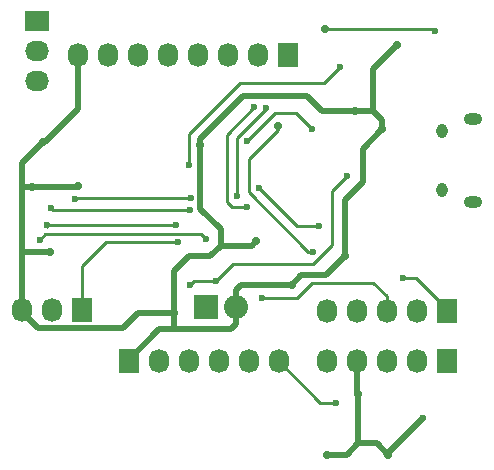
<source format=gbl>
G04 #@! TF.FileFunction,Copper,L2,Bot,Signal*
%FSLAX46Y46*%
G04 Gerber Fmt 4.6, Leading zero omitted, Abs format (unit mm)*
G04 Created by KiCad (PCBNEW 4.0.5) date Thursday, January 05, 2017 'PMt' 10:01:30 PM*
%MOMM*%
%LPD*%
G01*
G04 APERTURE LIST*
%ADD10C,0.150000*%
%ADD11R,1.727200X2.032000*%
%ADD12O,1.727200X2.032000*%
%ADD13R,2.032000X2.032000*%
%ADD14O,2.032000X2.032000*%
%ADD15O,0.950000X1.250000*%
%ADD16O,1.550000X1.000000*%
%ADD17R,2.032000X1.727200*%
%ADD18O,2.032000X1.727200*%
%ADD19C,0.600000*%
%ADD20C,0.700000*%
%ADD21C,0.250000*%
%ADD22C,0.500000*%
G04 APERTURE END LIST*
D10*
D11*
X112080000Y-131100000D03*
D12*
X114620000Y-131100000D03*
X117160000Y-131100000D03*
X119700000Y-131100000D03*
X122240000Y-131100000D03*
X124780000Y-131100000D03*
D13*
X118610000Y-126500000D03*
D14*
X121150000Y-126500000D03*
D15*
X138587460Y-116600900D03*
X138587460Y-111600900D03*
D16*
X141287460Y-117600900D03*
X141287460Y-110600900D03*
D11*
X108140000Y-126750000D03*
D12*
X105600000Y-126750000D03*
X103060000Y-126750000D03*
D11*
X139020000Y-131100000D03*
D12*
X136480000Y-131100000D03*
X133940000Y-131100000D03*
X131400000Y-131100000D03*
X128860000Y-131100000D03*
D11*
X139030000Y-126850000D03*
D12*
X136490000Y-126850000D03*
X133950000Y-126850000D03*
X131410000Y-126850000D03*
X128870000Y-126850000D03*
D11*
X125590000Y-105200000D03*
D12*
X123050000Y-105200000D03*
X120510000Y-105200000D03*
X117970000Y-105200000D03*
X115430000Y-105200000D03*
X112890000Y-105200000D03*
X110350000Y-105200000D03*
X107810000Y-105200000D03*
D17*
X104300000Y-102260000D03*
D18*
X104300000Y-104800000D03*
X104300000Y-107340000D03*
D19*
X116300000Y-121000000D03*
X123350000Y-125750000D03*
D20*
X104839159Y-112550000D03*
D19*
X137050000Y-135900000D03*
D20*
X134050000Y-139000000D03*
X128850000Y-139000000D03*
X131500000Y-133850000D03*
X130400000Y-122200000D03*
X122900000Y-120900000D03*
X118150000Y-112800000D03*
X134770000Y-104300000D03*
X131250000Y-109900000D03*
X133550000Y-111450000D03*
X107800000Y-116250000D03*
X105450000Y-121850000D03*
X103900000Y-116300000D03*
X125900000Y-124600000D03*
X115950000Y-127000000D03*
X124750000Y-111150000D03*
X128700000Y-103000000D03*
D19*
X127700000Y-121800000D03*
X138050000Y-103100000D03*
X129639880Y-134596740D03*
X118600000Y-120750000D03*
X104550000Y-120800000D03*
X116125467Y-119557919D03*
X105150000Y-119550000D03*
X105521158Y-118097143D03*
X117300000Y-118250000D03*
X128200000Y-119600000D03*
X123150000Y-116400000D03*
X117193980Y-114495737D03*
X130000000Y-106150000D03*
X123744819Y-109648418D03*
X121300000Y-117100000D03*
X122707776Y-109607482D03*
X122100000Y-118050000D03*
X107572927Y-117343134D03*
X117350000Y-117300000D03*
X130600000Y-115400000D03*
X117256664Y-124650774D03*
X119450000Y-124300000D03*
X122144062Y-112455669D03*
X127600000Y-111400000D03*
X135300000Y-124050000D03*
D21*
X116300000Y-121000000D02*
X110143720Y-121000000D01*
X110143720Y-121000000D02*
X108140000Y-123003720D01*
X108140000Y-123003720D02*
X108140000Y-126750000D01*
X127650000Y-124450000D02*
X126350000Y-125750000D01*
X126350000Y-125750000D02*
X123350000Y-125750000D01*
X132816000Y-124450000D02*
X127650000Y-124450000D01*
X133950000Y-126850000D02*
X133950000Y-125584000D01*
X133950000Y-125584000D02*
X132816000Y-124450000D01*
D22*
X107810000Y-105200000D02*
X107810000Y-109740000D01*
X118164225Y-118164225D02*
X118164225Y-112814225D01*
X103060000Y-116300000D02*
X103060000Y-114329159D01*
X105000000Y-112550000D02*
X104839159Y-112550000D01*
X103060000Y-114329159D02*
X104839159Y-112550000D01*
X107810000Y-109740000D02*
X105000000Y-112550000D01*
X134050000Y-139000000D02*
X134050000Y-138900000D01*
X134050000Y-138900000D02*
X137050000Y-135900000D01*
X133100000Y-138050000D02*
X134050000Y-139000000D01*
X131500000Y-138050000D02*
X133100000Y-138050000D01*
X131500000Y-138050000D02*
X130550000Y-139000000D01*
X130550000Y-139000000D02*
X128850000Y-139000000D01*
X131500000Y-133850000D02*
X131500000Y-138050000D01*
X131400000Y-131100000D02*
X131400000Y-133750000D01*
X131400000Y-133750000D02*
X131500000Y-133850000D01*
X119900000Y-121300000D02*
X122500000Y-121300000D01*
X122500000Y-121300000D02*
X122900000Y-120900000D01*
X115950000Y-127000000D02*
X115950000Y-123450000D01*
X118164225Y-112814225D02*
X118150000Y-112800000D01*
X117200000Y-122200000D02*
X119000000Y-122200000D01*
X119000000Y-122200000D02*
X119900000Y-121300000D01*
X119900000Y-119900000D02*
X118164225Y-118164225D01*
X119900000Y-121300000D02*
X119900000Y-119900000D01*
X115950000Y-123450000D02*
X117200000Y-122200000D01*
X127200000Y-108650000D02*
X121800000Y-108650000D01*
X121800000Y-108650000D02*
X118150000Y-112300000D01*
X118150000Y-112300000D02*
X118150000Y-112800000D01*
X128450000Y-109900000D02*
X127200000Y-108650000D01*
X131250000Y-109900000D02*
X128450000Y-109900000D01*
X132750000Y-109900000D02*
X132750000Y-106320000D01*
X132750000Y-106320000D02*
X134770000Y-104300000D01*
X133550000Y-110700000D02*
X132750000Y-109900000D01*
X132750000Y-109900000D02*
X131250000Y-109900000D01*
X133550000Y-111450000D02*
X133550000Y-110700000D01*
X128800000Y-123800000D02*
X126700000Y-123800000D01*
X126700000Y-123800000D02*
X125900000Y-124600000D01*
X130400000Y-122200000D02*
X128800000Y-123800000D01*
X130400000Y-117450000D02*
X130400000Y-122200000D01*
X131900000Y-115950000D02*
X130400000Y-117450000D01*
X131900000Y-113100000D02*
X131900000Y-115950000D01*
X133550000Y-111450000D02*
X131900000Y-113100000D01*
X107750000Y-116300000D02*
X107800000Y-116250000D01*
X103900000Y-116300000D02*
X107750000Y-116300000D01*
X103060000Y-126750000D02*
X103060000Y-121900000D01*
X103060000Y-121900000D02*
X103060000Y-116300000D01*
X105450000Y-121850000D02*
X103110000Y-121850000D01*
X103110000Y-121850000D02*
X103060000Y-121900000D01*
X103900000Y-116300000D02*
X103060000Y-116300000D01*
X112900000Y-127000000D02*
X111634000Y-128266000D01*
X111634000Y-128266000D02*
X104423600Y-128266000D01*
X104423600Y-128266000D02*
X103060000Y-126902400D01*
X103060000Y-126902400D02*
X103060000Y-126750000D01*
X115950000Y-127000000D02*
X112900000Y-127000000D01*
X121613160Y-124600000D02*
X125900000Y-124600000D01*
X121150000Y-126500000D02*
X121150000Y-125063160D01*
X121150000Y-125063160D02*
X121613160Y-124600000D01*
X115900000Y-128350000D02*
X120736840Y-128350000D01*
X114677600Y-128350000D02*
X115900000Y-128350000D01*
X115900000Y-128350000D02*
X115900000Y-127050000D01*
X115900000Y-127050000D02*
X115950000Y-127000000D01*
X120736840Y-128350000D02*
X121150000Y-127936840D01*
X121150000Y-127936840D02*
X121150000Y-126500000D01*
X112080000Y-131100000D02*
X112080000Y-130947600D01*
X112080000Y-130947600D02*
X114677600Y-128350000D01*
D21*
X123600000Y-112650000D02*
X124750000Y-111500000D01*
X124750000Y-111500000D02*
X124750000Y-111150000D01*
X128700000Y-103000000D02*
X137950000Y-103000000D01*
X137950000Y-103000000D02*
X138050000Y-103100000D01*
X127700000Y-121800000D02*
X127250000Y-121800000D01*
X122250000Y-116800000D02*
X122250000Y-114000000D01*
X127250000Y-121800000D02*
X122250000Y-116800000D01*
X122250000Y-114000000D02*
X123600000Y-112650000D01*
X128293629Y-134596740D02*
X129639880Y-134596740D01*
X124780000Y-131100000D02*
X124796889Y-131100000D01*
X124796889Y-131100000D02*
X128293629Y-134596740D01*
X104550000Y-120800000D02*
X105002005Y-120347995D01*
X105002005Y-120347995D02*
X118197995Y-120347995D01*
X118197995Y-120347995D02*
X118600000Y-120750000D01*
X105150000Y-119700000D02*
X105292081Y-119557919D01*
X105292081Y-119557919D02*
X116125467Y-119557919D01*
X105150000Y-119550000D02*
X105150000Y-119700000D01*
X105674015Y-118250000D02*
X105521158Y-118097143D01*
X117300000Y-118250000D02*
X105674015Y-118250000D01*
X126350000Y-119600000D02*
X128200000Y-119600000D01*
X123150000Y-116400000D02*
X126350000Y-119600000D01*
X130000000Y-106150000D02*
X130000000Y-106170393D01*
X117169508Y-114471265D02*
X117193980Y-114495737D01*
X130000000Y-106170393D02*
X128653847Y-107516546D01*
X128653847Y-107516546D02*
X121481304Y-107516546D01*
X121481304Y-107516546D02*
X117169508Y-111828342D01*
X117169508Y-111828342D02*
X117169508Y-114471265D01*
X123744819Y-109705181D02*
X123744819Y-109648418D01*
X121300000Y-112150000D02*
X123744819Y-109705181D01*
X121300000Y-117100000D02*
X121300000Y-112150000D01*
X120400000Y-111915258D02*
X122707776Y-109607482D01*
X120400000Y-117600000D02*
X120400000Y-111915258D01*
X120850000Y-118050000D02*
X120400000Y-117600000D01*
X122100000Y-118050000D02*
X120850000Y-118050000D01*
X117350000Y-117300000D02*
X107616061Y-117300000D01*
X107616061Y-117300000D02*
X107572927Y-117343134D01*
X130600000Y-115400000D02*
X129296942Y-116703058D01*
X129296942Y-116703058D02*
X129296942Y-121244903D01*
X129296942Y-121244903D02*
X127676302Y-122865543D01*
X120884457Y-122865543D02*
X119450000Y-124300000D01*
X127676302Y-122865543D02*
X120884457Y-122865543D01*
X117607438Y-124300000D02*
X117256664Y-124650774D01*
X119450000Y-124300000D02*
X117607438Y-124300000D01*
X127600000Y-111400000D02*
X126301942Y-110101942D01*
X126301942Y-110101942D02*
X124497789Y-110101942D01*
X124497789Y-110101942D02*
X122144062Y-112455669D01*
X135300000Y-124050000D02*
X136382400Y-124050000D01*
X136382400Y-124050000D02*
X139030000Y-126697600D01*
X139030000Y-126697600D02*
X139030000Y-126850000D01*
M02*

</source>
